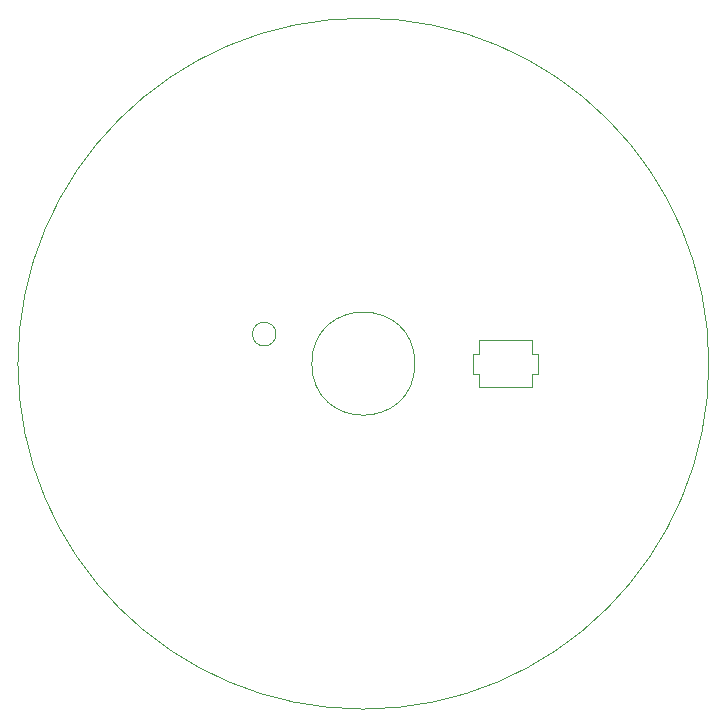
<source format=gbr>
G04 #@! TF.FileFunction,Profile,NP*
%FSLAX46Y46*%
G04 Gerber Fmt 4.6, Leading zero omitted, Abs format (unit mm)*
G04 Created by KiCad (PCBNEW 4.0.5-e0-6337~49~ubuntu14.04.1) date Wed Jan 18 13:11:49 2017*
%MOMM*%
%LPD*%
G01*
G04 APERTURE LIST*
%ADD10C,0.150000*%
%ADD11C,0.100000*%
G04 APERTURE END LIST*
D10*
D11*
X192600000Y-97500000D02*
G75*
G03X192600000Y-97500000I-1000000J0D01*
G01*
X209750000Y-98050000D02*
X209750000Y-99150000D01*
X209750000Y-100850000D02*
X209750000Y-102000000D01*
X214250000Y-100850000D02*
X214250000Y-102000000D01*
X214750000Y-100850000D02*
X214250000Y-100850000D01*
X214750000Y-99150000D02*
X214750000Y-100850000D01*
X214250000Y-99150000D02*
X214750000Y-99150000D01*
X214250000Y-98000000D02*
X214250000Y-99150000D01*
X209250000Y-100850000D02*
X209750000Y-100850000D01*
X209250000Y-99150000D02*
X209250000Y-100850000D01*
X209750000Y-99150000D02*
X209250000Y-99150000D01*
X214250000Y-102000000D02*
X209750000Y-102000000D01*
X209750000Y-98000000D02*
X214250000Y-98000000D01*
X229250000Y-100000000D02*
G75*
G03X229250000Y-100000000I-29250000J0D01*
G01*
X204366062Y-100000000D02*
G75*
G03X204366062Y-100000000I-4366062J0D01*
G01*
M02*

</source>
